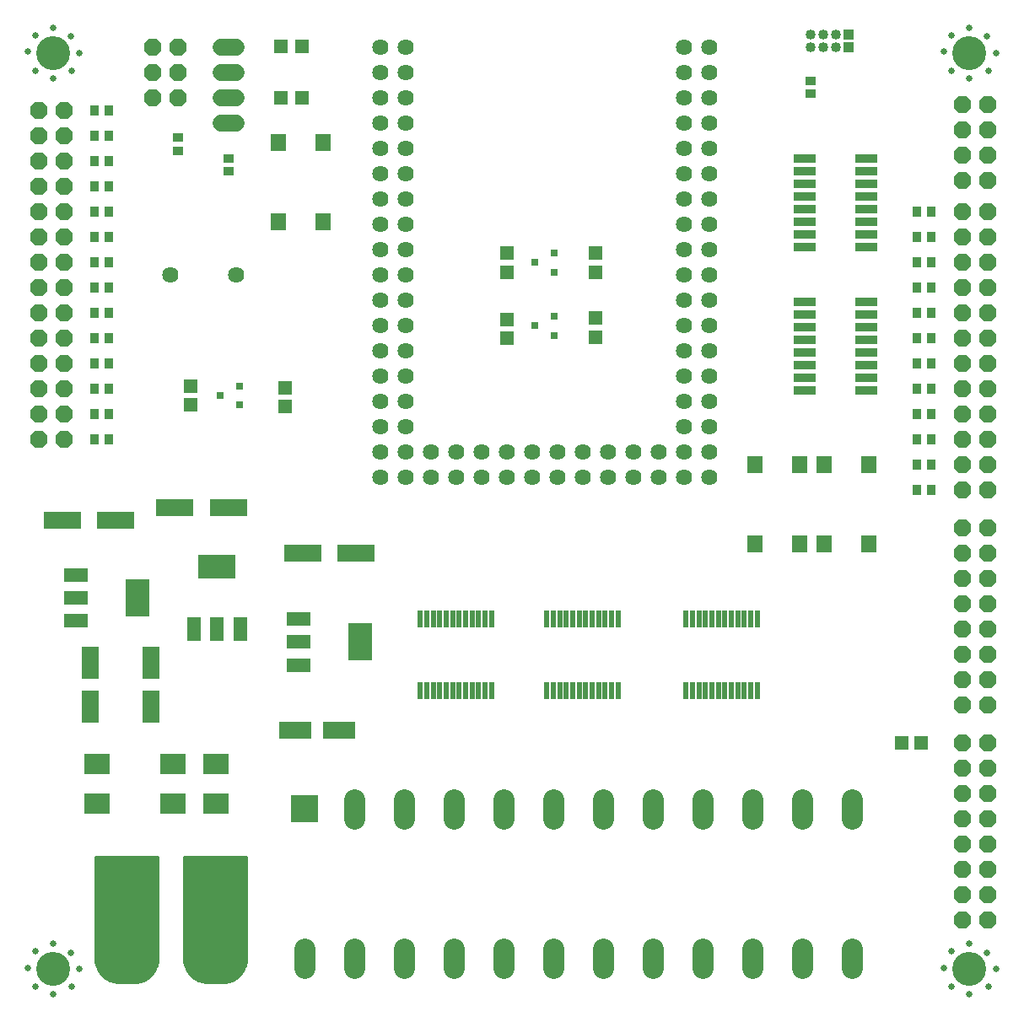
<source format=gts>
G75*
%MOIN*%
%OFA0B0*%
%FSLAX25Y25*%
%IPPOS*%
%LPD*%
%AMOC8*
5,1,8,0,0,1.08239X$1,22.5*
%
%ADD10C,0.06400*%
%ADD11R,0.07099X0.12611*%
%ADD12R,0.14580X0.07099*%
%ADD13R,0.12611X0.07099*%
%ADD14R,0.10249X0.07887*%
%ADD15R,0.05600X0.09600*%
%ADD16R,0.14973X0.09461*%
%ADD17R,0.09600X0.05600*%
%ADD18R,0.09461X0.14973*%
%ADD19R,0.08800X0.03400*%
%ADD20C,0.04000*%
%ADD21R,0.04000X0.04000*%
%ADD22R,0.10800X0.10800*%
%ADD23C,0.08400*%
%ADD24OC8,0.06800*%
%ADD25C,0.06800*%
%ADD26R,0.05524X0.05524*%
%ADD27R,0.03200X0.04300*%
%ADD28R,0.04343X0.03556*%
%ADD29R,0.05800X0.05300*%
%ADD30R,0.05300X0.05800*%
%ADD31R,0.03300X0.05800*%
%ADD32C,0.00500*%
%ADD33R,0.02375X0.06706*%
%ADD34R,0.03162X0.03162*%
%ADD35R,0.05918X0.06902*%
%ADD36C,0.13398*%
%ADD37C,0.02600*%
D10*
X0146800Y0211800D03*
X0146800Y0221800D03*
X0146800Y0231800D03*
X0146800Y0241800D03*
X0146800Y0251800D03*
X0146800Y0261800D03*
X0146800Y0271800D03*
X0146800Y0281800D03*
X0146800Y0291800D03*
X0146800Y0301800D03*
X0146800Y0311800D03*
X0146800Y0321800D03*
X0146800Y0331800D03*
X0146800Y0341800D03*
X0146800Y0351800D03*
X0146800Y0361800D03*
X0146800Y0371800D03*
X0146800Y0381800D03*
X0156800Y0381800D03*
X0156800Y0371800D03*
X0156800Y0361800D03*
X0156800Y0351800D03*
X0156800Y0341800D03*
X0156800Y0331800D03*
X0156800Y0321800D03*
X0156800Y0311800D03*
X0156800Y0301800D03*
X0156800Y0291800D03*
X0156800Y0281800D03*
X0156800Y0271800D03*
X0156800Y0261800D03*
X0156800Y0251800D03*
X0156800Y0241800D03*
X0156800Y0231800D03*
X0156800Y0221800D03*
X0156800Y0211800D03*
X0166800Y0211800D03*
X0166800Y0221800D03*
X0176800Y0221800D03*
X0176800Y0211800D03*
X0186800Y0211800D03*
X0186800Y0221800D03*
X0196800Y0221800D03*
X0196800Y0211800D03*
X0206800Y0211800D03*
X0206800Y0221800D03*
X0216800Y0221800D03*
X0216800Y0211800D03*
X0226800Y0211800D03*
X0226800Y0221800D03*
X0236800Y0221800D03*
X0236800Y0211800D03*
X0246800Y0211800D03*
X0246800Y0221800D03*
X0256800Y0221800D03*
X0256800Y0211800D03*
X0266800Y0211800D03*
X0266800Y0221800D03*
X0276800Y0221800D03*
X0276800Y0211800D03*
X0276800Y0231800D03*
X0276800Y0241800D03*
X0266800Y0241800D03*
X0266800Y0231800D03*
X0266800Y0251800D03*
X0266800Y0261800D03*
X0276800Y0261800D03*
X0276800Y0251800D03*
X0276800Y0271800D03*
X0276800Y0281800D03*
X0266800Y0281800D03*
X0266800Y0271800D03*
X0266800Y0291800D03*
X0266800Y0301800D03*
X0276800Y0301800D03*
X0276800Y0291800D03*
X0276800Y0311800D03*
X0276800Y0321800D03*
X0266800Y0321800D03*
X0266800Y0311800D03*
X0266800Y0331800D03*
X0276800Y0331800D03*
X0276800Y0341800D03*
X0276800Y0351800D03*
X0266800Y0351800D03*
X0266800Y0341800D03*
X0266800Y0361800D03*
X0266800Y0371800D03*
X0276800Y0371800D03*
X0276800Y0361800D03*
X0276800Y0381800D03*
X0266800Y0381800D03*
X0089792Y0291800D03*
X0063808Y0291800D03*
D11*
X0056175Y0138586D03*
X0056175Y0121264D03*
X0032425Y0121264D03*
X0032425Y0138586D03*
D12*
X0042430Y0194925D03*
X0021170Y0194925D03*
X0065545Y0199925D03*
X0086805Y0199925D03*
X0116170Y0181800D03*
X0137430Y0181800D03*
D13*
X0130461Y0111800D03*
X0113139Y0111800D03*
D14*
X0081800Y0098772D03*
X0081800Y0082828D03*
X0064925Y0082828D03*
X0064925Y0098772D03*
X0034925Y0098772D03*
X0034925Y0082828D03*
D15*
X0073325Y0152100D03*
X0082425Y0152100D03*
X0091525Y0152100D03*
D16*
X0082425Y0176501D03*
D17*
X0114600Y0155900D03*
X0114600Y0146800D03*
X0114600Y0137700D03*
X0026475Y0155200D03*
X0026475Y0164300D03*
X0026475Y0173400D03*
D18*
X0050876Y0164300D03*
X0139001Y0146800D03*
D19*
X0314700Y0246175D03*
X0314700Y0251175D03*
X0314700Y0256175D03*
X0314700Y0261175D03*
X0314700Y0266175D03*
X0314700Y0271175D03*
X0314700Y0276175D03*
X0314700Y0281175D03*
X0314700Y0303050D03*
X0314700Y0308050D03*
X0314700Y0313050D03*
X0314700Y0318050D03*
X0314700Y0323050D03*
X0314700Y0328050D03*
X0314700Y0333050D03*
X0314700Y0338050D03*
X0338900Y0338050D03*
X0338900Y0333050D03*
X0338900Y0328050D03*
X0338900Y0323050D03*
X0338900Y0318050D03*
X0338900Y0313050D03*
X0338900Y0308050D03*
X0338900Y0303050D03*
X0338900Y0281175D03*
X0338900Y0276175D03*
X0338900Y0271175D03*
X0338900Y0266175D03*
X0338900Y0261175D03*
X0338900Y0256175D03*
X0338900Y0251175D03*
X0338900Y0246175D03*
D20*
X0326800Y0381800D03*
X0326800Y0386800D03*
X0321800Y0386800D03*
X0321800Y0381800D03*
X0316800Y0381800D03*
X0316800Y0386800D03*
D21*
X0331800Y0386800D03*
X0331800Y0381800D03*
D22*
X0116800Y0080855D03*
D23*
X0136485Y0077055D02*
X0136485Y0084655D01*
X0156170Y0084655D02*
X0156170Y0077055D01*
X0175855Y0077055D02*
X0175855Y0084655D01*
X0195540Y0084655D02*
X0195540Y0077055D01*
X0215225Y0077055D02*
X0215225Y0084655D01*
X0234910Y0084655D02*
X0234910Y0077055D01*
X0254595Y0077055D02*
X0254595Y0084655D01*
X0274280Y0084655D02*
X0274280Y0077055D01*
X0293965Y0077055D02*
X0293965Y0084655D01*
X0313650Y0084655D02*
X0313650Y0077055D01*
X0333335Y0077055D02*
X0333335Y0084655D01*
X0333335Y0025600D02*
X0333335Y0018000D01*
X0313650Y0018000D02*
X0313650Y0025600D01*
X0293965Y0025600D02*
X0293965Y0018000D01*
X0274280Y0018000D02*
X0274280Y0025600D01*
X0254595Y0025600D02*
X0254595Y0018000D01*
X0234910Y0018000D02*
X0234910Y0025600D01*
X0215225Y0025600D02*
X0215225Y0018000D01*
X0195540Y0018000D02*
X0195540Y0025600D01*
X0175855Y0025600D02*
X0175855Y0018000D01*
X0156170Y0018000D02*
X0156170Y0025600D01*
X0136485Y0025600D02*
X0136485Y0018000D01*
X0116800Y0018000D02*
X0116800Y0025600D01*
D24*
X0021800Y0226800D03*
X0021800Y0236800D03*
X0021800Y0246800D03*
X0021800Y0256800D03*
X0021800Y0266800D03*
X0021800Y0276800D03*
X0021800Y0286800D03*
X0021800Y0296800D03*
X0021800Y0306800D03*
X0021800Y0316800D03*
X0021800Y0326800D03*
X0021800Y0336800D03*
X0021800Y0346800D03*
X0021800Y0356800D03*
X0011800Y0356800D03*
X0011800Y0346800D03*
X0011800Y0336800D03*
X0011800Y0326800D03*
X0011800Y0316800D03*
X0011800Y0306800D03*
X0011800Y0296800D03*
X0011800Y0286800D03*
X0011800Y0276800D03*
X0011800Y0266800D03*
X0011800Y0256800D03*
X0011800Y0246800D03*
X0011800Y0236800D03*
X0011800Y0226800D03*
X0056800Y0361800D03*
X0056800Y0371800D03*
X0066800Y0371800D03*
X0066800Y0361800D03*
X0066800Y0381800D03*
X0056800Y0381800D03*
X0376800Y0359300D03*
X0376800Y0349300D03*
X0376800Y0339300D03*
X0376800Y0329300D03*
X0386800Y0329300D03*
X0386800Y0339300D03*
X0386800Y0349300D03*
X0386800Y0359300D03*
X0386800Y0316800D03*
X0386800Y0306800D03*
X0386800Y0296800D03*
X0386800Y0286800D03*
X0386800Y0276800D03*
X0386800Y0266800D03*
X0386800Y0256800D03*
X0386800Y0246800D03*
X0386800Y0236800D03*
X0386800Y0226800D03*
X0386800Y0216800D03*
X0386800Y0206800D03*
X0376800Y0206800D03*
X0376800Y0216800D03*
X0376800Y0226800D03*
X0376800Y0236800D03*
X0376800Y0246800D03*
X0376800Y0256800D03*
X0376800Y0266800D03*
X0376800Y0276800D03*
X0376800Y0286800D03*
X0376800Y0296800D03*
X0376800Y0306800D03*
X0376800Y0316800D03*
X0376800Y0191800D03*
X0376800Y0181800D03*
X0376800Y0171800D03*
X0376800Y0161800D03*
X0376800Y0151800D03*
X0376800Y0141800D03*
X0376800Y0131800D03*
X0376800Y0121800D03*
X0386800Y0121800D03*
X0386800Y0131800D03*
X0386800Y0141800D03*
X0386800Y0151800D03*
X0386800Y0161800D03*
X0386800Y0171800D03*
X0386800Y0181800D03*
X0386800Y0191800D03*
X0386800Y0106800D03*
X0386800Y0096800D03*
X0386800Y0086800D03*
X0386800Y0076800D03*
X0386800Y0066800D03*
X0386800Y0056800D03*
X0386800Y0046800D03*
X0386800Y0036800D03*
X0376800Y0036800D03*
X0376800Y0046800D03*
X0376800Y0056800D03*
X0376800Y0066800D03*
X0376800Y0076800D03*
X0376800Y0086800D03*
X0376800Y0096800D03*
X0376800Y0106800D03*
D25*
X0089800Y0351800D02*
X0083800Y0351800D01*
X0083800Y0361800D02*
X0089800Y0361800D01*
X0089800Y0371800D02*
X0083800Y0371800D01*
X0083800Y0381800D02*
X0089800Y0381800D01*
D26*
X0107666Y0382425D03*
X0115934Y0382425D03*
X0115934Y0361800D03*
X0107666Y0361800D03*
D27*
X0039750Y0356800D03*
X0033850Y0356800D03*
X0033850Y0346800D03*
X0039750Y0346800D03*
X0039750Y0336800D03*
X0033850Y0336800D03*
X0033850Y0326800D03*
X0039750Y0326800D03*
X0039750Y0316800D03*
X0033850Y0316800D03*
X0033850Y0306800D03*
X0039750Y0306800D03*
X0039750Y0296800D03*
X0033850Y0296800D03*
X0033850Y0286800D03*
X0039750Y0286800D03*
X0039750Y0276800D03*
X0033850Y0276800D03*
X0033850Y0266800D03*
X0039750Y0266800D03*
X0039750Y0256800D03*
X0033850Y0256800D03*
X0033850Y0246800D03*
X0039750Y0246800D03*
X0039750Y0236800D03*
X0033850Y0236800D03*
X0033850Y0226800D03*
X0039750Y0226800D03*
X0358850Y0226800D03*
X0364750Y0226800D03*
X0364750Y0236800D03*
X0358850Y0236800D03*
X0358850Y0246800D03*
X0364750Y0246800D03*
X0364750Y0256800D03*
X0358850Y0256800D03*
X0358850Y0266800D03*
X0364750Y0266800D03*
X0364750Y0276800D03*
X0358850Y0276800D03*
X0358850Y0286800D03*
X0364750Y0286800D03*
X0364750Y0296800D03*
X0358850Y0296800D03*
X0358850Y0306800D03*
X0364750Y0306800D03*
X0364750Y0316800D03*
X0358850Y0316800D03*
X0358850Y0216800D03*
X0364750Y0216800D03*
X0364750Y0206800D03*
X0358850Y0206800D03*
D28*
X0316800Y0363616D03*
X0316800Y0368734D03*
X0086800Y0338109D03*
X0086800Y0332991D03*
X0066800Y0341116D03*
X0066800Y0346234D03*
D29*
X0071800Y0248050D03*
X0071800Y0240550D03*
X0109300Y0239925D03*
X0109300Y0247425D03*
X0196800Y0266800D03*
X0196800Y0274300D03*
X0196800Y0293050D03*
X0196800Y0300550D03*
X0231800Y0300550D03*
X0231800Y0293050D03*
X0231800Y0274925D03*
X0231800Y0267425D03*
D30*
X0353050Y0106800D03*
X0360550Y0106800D03*
D31*
X0084300Y0046800D03*
X0049300Y0041800D03*
D32*
X0059300Y0041681D02*
X0034300Y0041681D01*
X0034300Y0042179D02*
X0059300Y0042179D01*
X0059300Y0042678D02*
X0034300Y0042678D01*
X0034300Y0043176D02*
X0059300Y0043176D01*
X0059300Y0043675D02*
X0034300Y0043675D01*
X0034300Y0044173D02*
X0059300Y0044173D01*
X0059300Y0044672D02*
X0034300Y0044672D01*
X0034300Y0045170D02*
X0059300Y0045170D01*
X0059300Y0045669D02*
X0034300Y0045669D01*
X0034300Y0046168D02*
X0059300Y0046168D01*
X0059300Y0046666D02*
X0034300Y0046666D01*
X0034300Y0047165D02*
X0059300Y0047165D01*
X0059300Y0047663D02*
X0034300Y0047663D01*
X0034300Y0048162D02*
X0059300Y0048162D01*
X0059300Y0048660D02*
X0034300Y0048660D01*
X0034300Y0049159D02*
X0059300Y0049159D01*
X0059300Y0049657D02*
X0034300Y0049657D01*
X0034300Y0050156D02*
X0059300Y0050156D01*
X0059300Y0050654D02*
X0034300Y0050654D01*
X0034300Y0051153D02*
X0059300Y0051153D01*
X0059300Y0051651D02*
X0034300Y0051651D01*
X0034300Y0052150D02*
X0059300Y0052150D01*
X0059300Y0052648D02*
X0034300Y0052648D01*
X0034300Y0053147D02*
X0059300Y0053147D01*
X0059300Y0053645D02*
X0034300Y0053645D01*
X0034300Y0054144D02*
X0059300Y0054144D01*
X0059300Y0054642D02*
X0034300Y0054642D01*
X0034300Y0055141D02*
X0059300Y0055141D01*
X0059300Y0055639D02*
X0034300Y0055639D01*
X0034300Y0056138D02*
X0059300Y0056138D01*
X0059300Y0056636D02*
X0034300Y0056636D01*
X0034300Y0057135D02*
X0059300Y0057135D01*
X0059300Y0057633D02*
X0034300Y0057633D01*
X0034300Y0058132D02*
X0059300Y0058132D01*
X0059300Y0058630D02*
X0034300Y0058630D01*
X0034300Y0059129D02*
X0059300Y0059129D01*
X0059300Y0059627D02*
X0034300Y0059627D01*
X0034300Y0060126D02*
X0059300Y0060126D01*
X0059300Y0060624D02*
X0034300Y0060624D01*
X0034300Y0061123D02*
X0059300Y0061123D01*
X0059300Y0061621D02*
X0034300Y0061621D01*
X0034300Y0061800D02*
X0034300Y0021800D01*
X0034402Y0020377D01*
X0034705Y0018983D01*
X0035204Y0017646D01*
X0035887Y0016394D01*
X0036743Y0015251D01*
X0037751Y0014243D01*
X0038894Y0013387D01*
X0040146Y0012704D01*
X0041483Y0012205D01*
X0042877Y0011902D01*
X0044300Y0011800D01*
X0049300Y0011800D01*
X0050723Y0011902D01*
X0052117Y0012205D01*
X0053454Y0012704D01*
X0054706Y0013387D01*
X0055849Y0014243D01*
X0056857Y0015251D01*
X0057713Y0016394D01*
X0058396Y0017646D01*
X0058895Y0018983D01*
X0059198Y0020377D01*
X0059300Y0021800D01*
X0059300Y0061800D01*
X0034300Y0061800D01*
X0034300Y0041182D02*
X0059300Y0041182D01*
X0059300Y0040684D02*
X0034300Y0040684D01*
X0034300Y0040185D02*
X0059300Y0040185D01*
X0059300Y0039687D02*
X0034300Y0039687D01*
X0034300Y0039188D02*
X0059300Y0039188D01*
X0059300Y0038690D02*
X0034300Y0038690D01*
X0034300Y0038191D02*
X0059300Y0038191D01*
X0059300Y0037693D02*
X0034300Y0037693D01*
X0034300Y0037194D02*
X0059300Y0037194D01*
X0059300Y0036696D02*
X0034300Y0036696D01*
X0034300Y0036197D02*
X0059300Y0036197D01*
X0059300Y0035699D02*
X0034300Y0035699D01*
X0034300Y0035200D02*
X0059300Y0035200D01*
X0059300Y0034702D02*
X0034300Y0034702D01*
X0034300Y0034203D02*
X0059300Y0034203D01*
X0059300Y0033705D02*
X0034300Y0033705D01*
X0034300Y0033206D02*
X0059300Y0033206D01*
X0059300Y0032708D02*
X0034300Y0032708D01*
X0034300Y0032209D02*
X0059300Y0032209D01*
X0059300Y0031711D02*
X0034300Y0031711D01*
X0034300Y0031212D02*
X0059300Y0031212D01*
X0059300Y0030714D02*
X0034300Y0030714D01*
X0034300Y0030215D02*
X0059300Y0030215D01*
X0059300Y0029717D02*
X0034300Y0029717D01*
X0034300Y0029218D02*
X0059300Y0029218D01*
X0059300Y0028720D02*
X0034300Y0028720D01*
X0034300Y0028221D02*
X0059300Y0028221D01*
X0059300Y0027723D02*
X0034300Y0027723D01*
X0034300Y0027224D02*
X0059300Y0027224D01*
X0059300Y0026726D02*
X0034300Y0026726D01*
X0034300Y0026227D02*
X0059300Y0026227D01*
X0059300Y0025729D02*
X0034300Y0025729D01*
X0034300Y0025230D02*
X0059300Y0025230D01*
X0059300Y0024732D02*
X0034300Y0024732D01*
X0034300Y0024233D02*
X0059300Y0024233D01*
X0059300Y0023734D02*
X0034300Y0023734D01*
X0034300Y0023236D02*
X0059300Y0023236D01*
X0059300Y0022737D02*
X0034300Y0022737D01*
X0034300Y0022239D02*
X0059300Y0022239D01*
X0059296Y0021740D02*
X0034304Y0021740D01*
X0034340Y0021242D02*
X0059260Y0021242D01*
X0059224Y0020743D02*
X0034376Y0020743D01*
X0034430Y0020245D02*
X0059170Y0020245D01*
X0059061Y0019746D02*
X0034539Y0019746D01*
X0034647Y0019248D02*
X0058953Y0019248D01*
X0058808Y0018749D02*
X0034792Y0018749D01*
X0034978Y0018251D02*
X0058622Y0018251D01*
X0058436Y0017752D02*
X0035164Y0017752D01*
X0035418Y0017254D02*
X0058182Y0017254D01*
X0057910Y0016755D02*
X0035690Y0016755D01*
X0035990Y0016257D02*
X0057610Y0016257D01*
X0057237Y0015758D02*
X0036363Y0015758D01*
X0036736Y0015260D02*
X0056864Y0015260D01*
X0056367Y0014761D02*
X0037233Y0014761D01*
X0037731Y0014263D02*
X0055869Y0014263D01*
X0055210Y0013764D02*
X0038390Y0013764D01*
X0039116Y0013266D02*
X0054484Y0013266D01*
X0053571Y0012767D02*
X0040029Y0012767D01*
X0041312Y0012269D02*
X0052288Y0012269D01*
X0069792Y0018749D02*
X0093808Y0018749D01*
X0093895Y0018983D02*
X0094198Y0020377D01*
X0094300Y0021800D01*
X0094300Y0061800D01*
X0069300Y0061800D01*
X0069300Y0021800D01*
X0069402Y0020377D01*
X0069705Y0018983D01*
X0070204Y0017646D01*
X0070887Y0016394D01*
X0071743Y0015251D01*
X0072751Y0014243D01*
X0073894Y0013387D01*
X0075146Y0012704D01*
X0076483Y0012205D01*
X0077877Y0011902D01*
X0079300Y0011800D01*
X0084300Y0011800D01*
X0085723Y0011902D01*
X0087117Y0012205D01*
X0088454Y0012704D01*
X0089706Y0013387D01*
X0090849Y0014243D01*
X0091857Y0015251D01*
X0092713Y0016394D01*
X0093396Y0017646D01*
X0093895Y0018983D01*
X0093953Y0019248D02*
X0069647Y0019248D01*
X0069539Y0019746D02*
X0094061Y0019746D01*
X0094170Y0020245D02*
X0069430Y0020245D01*
X0069376Y0020743D02*
X0094224Y0020743D01*
X0094260Y0021242D02*
X0069340Y0021242D01*
X0069304Y0021740D02*
X0094296Y0021740D01*
X0094300Y0022239D02*
X0069300Y0022239D01*
X0069300Y0022737D02*
X0094300Y0022737D01*
X0094300Y0023236D02*
X0069300Y0023236D01*
X0069300Y0023734D02*
X0094300Y0023734D01*
X0094300Y0024233D02*
X0069300Y0024233D01*
X0069300Y0024732D02*
X0094300Y0024732D01*
X0094300Y0025230D02*
X0069300Y0025230D01*
X0069300Y0025729D02*
X0094300Y0025729D01*
X0094300Y0026227D02*
X0069300Y0026227D01*
X0069300Y0026726D02*
X0094300Y0026726D01*
X0094300Y0027224D02*
X0069300Y0027224D01*
X0069300Y0027723D02*
X0094300Y0027723D01*
X0094300Y0028221D02*
X0069300Y0028221D01*
X0069300Y0028720D02*
X0094300Y0028720D01*
X0094300Y0029218D02*
X0069300Y0029218D01*
X0069300Y0029717D02*
X0094300Y0029717D01*
X0094300Y0030215D02*
X0069300Y0030215D01*
X0069300Y0030714D02*
X0094300Y0030714D01*
X0094300Y0031212D02*
X0069300Y0031212D01*
X0069300Y0031711D02*
X0094300Y0031711D01*
X0094300Y0032209D02*
X0069300Y0032209D01*
X0069300Y0032708D02*
X0094300Y0032708D01*
X0094300Y0033206D02*
X0069300Y0033206D01*
X0069300Y0033705D02*
X0094300Y0033705D01*
X0094300Y0034203D02*
X0069300Y0034203D01*
X0069300Y0034702D02*
X0094300Y0034702D01*
X0094300Y0035200D02*
X0069300Y0035200D01*
X0069300Y0035699D02*
X0094300Y0035699D01*
X0094300Y0036197D02*
X0069300Y0036197D01*
X0069300Y0036696D02*
X0094300Y0036696D01*
X0094300Y0037194D02*
X0069300Y0037194D01*
X0069300Y0037693D02*
X0094300Y0037693D01*
X0094300Y0038191D02*
X0069300Y0038191D01*
X0069300Y0038690D02*
X0094300Y0038690D01*
X0094300Y0039188D02*
X0069300Y0039188D01*
X0069300Y0039687D02*
X0094300Y0039687D01*
X0094300Y0040185D02*
X0069300Y0040185D01*
X0069300Y0040684D02*
X0094300Y0040684D01*
X0094300Y0041182D02*
X0069300Y0041182D01*
X0069300Y0041681D02*
X0094300Y0041681D01*
X0094300Y0042179D02*
X0069300Y0042179D01*
X0069300Y0042678D02*
X0094300Y0042678D01*
X0094300Y0043176D02*
X0069300Y0043176D01*
X0069300Y0043675D02*
X0094300Y0043675D01*
X0094300Y0044173D02*
X0069300Y0044173D01*
X0069300Y0044672D02*
X0094300Y0044672D01*
X0094300Y0045170D02*
X0069300Y0045170D01*
X0069300Y0045669D02*
X0094300Y0045669D01*
X0094300Y0046168D02*
X0069300Y0046168D01*
X0069300Y0046666D02*
X0094300Y0046666D01*
X0094300Y0047165D02*
X0069300Y0047165D01*
X0069300Y0047663D02*
X0094300Y0047663D01*
X0094300Y0048162D02*
X0069300Y0048162D01*
X0069300Y0048660D02*
X0094300Y0048660D01*
X0094300Y0049159D02*
X0069300Y0049159D01*
X0069300Y0049657D02*
X0094300Y0049657D01*
X0094300Y0050156D02*
X0069300Y0050156D01*
X0069300Y0050654D02*
X0094300Y0050654D01*
X0094300Y0051153D02*
X0069300Y0051153D01*
X0069300Y0051651D02*
X0094300Y0051651D01*
X0094300Y0052150D02*
X0069300Y0052150D01*
X0069300Y0052648D02*
X0094300Y0052648D01*
X0094300Y0053147D02*
X0069300Y0053147D01*
X0069300Y0053645D02*
X0094300Y0053645D01*
X0094300Y0054144D02*
X0069300Y0054144D01*
X0069300Y0054642D02*
X0094300Y0054642D01*
X0094300Y0055141D02*
X0069300Y0055141D01*
X0069300Y0055639D02*
X0094300Y0055639D01*
X0094300Y0056138D02*
X0069300Y0056138D01*
X0069300Y0056636D02*
X0094300Y0056636D01*
X0094300Y0057135D02*
X0069300Y0057135D01*
X0069300Y0057633D02*
X0094300Y0057633D01*
X0094300Y0058132D02*
X0069300Y0058132D01*
X0069300Y0058630D02*
X0094300Y0058630D01*
X0094300Y0059129D02*
X0069300Y0059129D01*
X0069300Y0059627D02*
X0094300Y0059627D01*
X0094300Y0060126D02*
X0069300Y0060126D01*
X0069300Y0060624D02*
X0094300Y0060624D01*
X0094300Y0061123D02*
X0069300Y0061123D01*
X0069300Y0061621D02*
X0094300Y0061621D01*
X0093622Y0018251D02*
X0069978Y0018251D01*
X0070164Y0017752D02*
X0093436Y0017752D01*
X0093182Y0017254D02*
X0070418Y0017254D01*
X0070690Y0016755D02*
X0092910Y0016755D01*
X0092610Y0016257D02*
X0070990Y0016257D01*
X0071363Y0015758D02*
X0092237Y0015758D01*
X0091864Y0015260D02*
X0071736Y0015260D01*
X0072233Y0014761D02*
X0091367Y0014761D01*
X0090869Y0014263D02*
X0072731Y0014263D01*
X0073390Y0013764D02*
X0090210Y0013764D01*
X0089484Y0013266D02*
X0074116Y0013266D01*
X0075029Y0012767D02*
X0088571Y0012767D01*
X0087288Y0012269D02*
X0076312Y0012269D01*
D33*
X0162725Y0127528D03*
X0165284Y0127528D03*
X0167843Y0127528D03*
X0170402Y0127528D03*
X0172961Y0127528D03*
X0175520Y0127528D03*
X0178080Y0127528D03*
X0180639Y0127528D03*
X0183198Y0127528D03*
X0185757Y0127528D03*
X0188316Y0127528D03*
X0190875Y0127528D03*
X0212725Y0127528D03*
X0215284Y0127528D03*
X0217843Y0127528D03*
X0220402Y0127528D03*
X0222961Y0127528D03*
X0225520Y0127528D03*
X0228080Y0127528D03*
X0230639Y0127528D03*
X0233198Y0127528D03*
X0235757Y0127528D03*
X0238316Y0127528D03*
X0240875Y0127528D03*
X0267725Y0127528D03*
X0270284Y0127528D03*
X0272843Y0127528D03*
X0275402Y0127528D03*
X0277961Y0127528D03*
X0280520Y0127528D03*
X0283080Y0127528D03*
X0285639Y0127528D03*
X0288198Y0127528D03*
X0290757Y0127528D03*
X0293316Y0127528D03*
X0295875Y0127528D03*
X0295875Y0156072D03*
X0293316Y0156072D03*
X0290757Y0156072D03*
X0288198Y0156072D03*
X0285639Y0156072D03*
X0283080Y0156072D03*
X0280520Y0156072D03*
X0277961Y0156072D03*
X0275402Y0156072D03*
X0272843Y0156072D03*
X0270284Y0156072D03*
X0267725Y0156072D03*
X0240875Y0156072D03*
X0238316Y0156072D03*
X0235757Y0156072D03*
X0233198Y0156072D03*
X0230639Y0156072D03*
X0228080Y0156072D03*
X0225520Y0156072D03*
X0222961Y0156072D03*
X0220402Y0156072D03*
X0217843Y0156072D03*
X0215284Y0156072D03*
X0212725Y0156072D03*
X0190875Y0156072D03*
X0188316Y0156072D03*
X0185757Y0156072D03*
X0183198Y0156072D03*
X0180639Y0156072D03*
X0178080Y0156072D03*
X0175520Y0156072D03*
X0172961Y0156072D03*
X0170402Y0156072D03*
X0167843Y0156072D03*
X0165284Y0156072D03*
X0162725Y0156072D03*
D34*
X0091165Y0240560D03*
X0083685Y0244300D03*
X0091165Y0248040D03*
X0208060Y0271800D03*
X0215540Y0268060D03*
X0215540Y0275540D03*
X0215540Y0293060D03*
X0215540Y0300540D03*
X0208060Y0296800D03*
D35*
X0124408Y0313025D03*
X0106692Y0313025D03*
X0106692Y0344325D03*
X0124408Y0344325D03*
X0294817Y0216825D03*
X0312533Y0216825D03*
X0322317Y0216825D03*
X0340033Y0216825D03*
X0340033Y0185525D03*
X0322317Y0185525D03*
X0312533Y0185525D03*
X0294817Y0185525D03*
D36*
X0379753Y0017548D03*
X0379753Y0379753D03*
X0017548Y0379753D03*
X0017548Y0017548D03*
D37*
X0010548Y0010548D03*
X0017548Y0007548D03*
X0025048Y0010548D03*
X0028048Y0017548D03*
X0024548Y0024048D03*
X0017548Y0027548D03*
X0010548Y0024548D03*
X0007548Y0018048D03*
X0017548Y0369753D03*
X0010548Y0372753D03*
X0007548Y0380253D03*
X0010548Y0386753D03*
X0017548Y0389753D03*
X0024548Y0386253D03*
X0028048Y0379753D03*
X0025048Y0372753D03*
X0369753Y0380253D03*
X0372753Y0386753D03*
X0379753Y0389753D03*
X0386753Y0386253D03*
X0390253Y0379753D03*
X0387253Y0372753D03*
X0379753Y0369753D03*
X0372753Y0372753D03*
X0379753Y0027548D03*
X0372753Y0024548D03*
X0369753Y0018048D03*
X0372753Y0010548D03*
X0379753Y0007548D03*
X0387253Y0010548D03*
X0390253Y0017548D03*
X0386753Y0024048D03*
M02*

</source>
